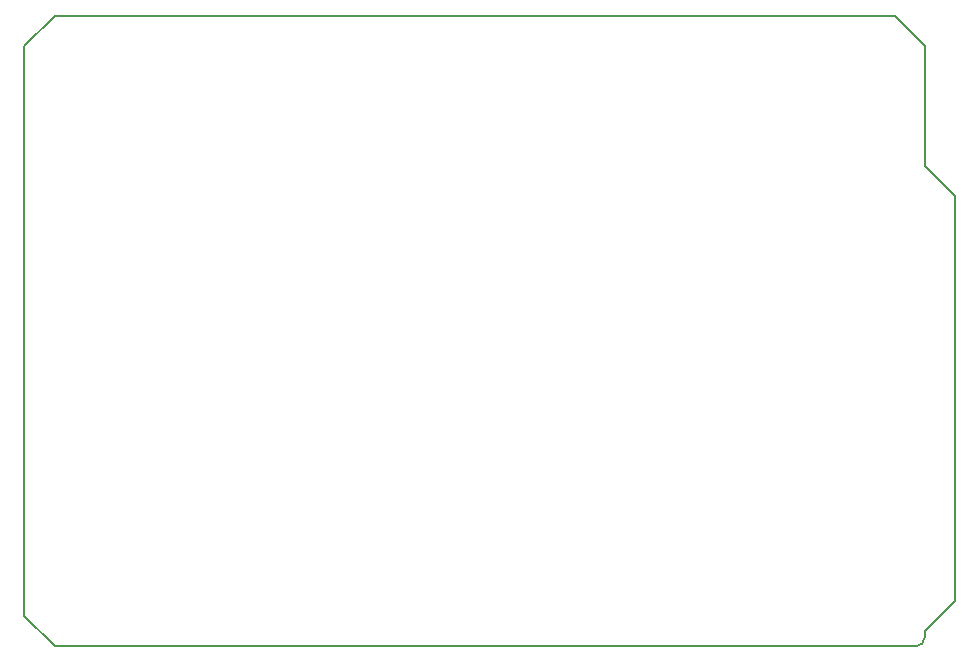
<source format=gbr>
%TF.GenerationSoftware,KiCad,Pcbnew,(6.0.7)*%
%TF.CreationDate,2022-08-17T13:42:15+03:00*%
%TF.ProjectId,Master Shield,4d617374-6572-4205-9368-69656c642e6b,1*%
%TF.SameCoordinates,Original*%
%TF.FileFunction,Profile,NP*%
%FSLAX46Y46*%
G04 Gerber Fmt 4.6, Leading zero omitted, Abs format (unit mm)*
G04 Created by KiCad (PCBNEW (6.0.7)) date 2022-08-17 13:42:15*
%MOMM*%
%LPD*%
G01*
G04 APERTURE LIST*
%TA.AperFunction,Profile*%
%ADD10C,0.150000*%
%TD*%
G04 APERTURE END LIST*
D10*
X22809000Y50800000D02*
X25400000Y53340000D01*
X99060000Y40640000D02*
X101600000Y38100000D01*
X22809000Y2540000D02*
X22809000Y50800000D01*
X22809000Y2540000D02*
X25400000Y0D01*
X101600000Y38100000D02*
X101600000Y3810000D01*
X98298000Y0D02*
X25400000Y0D01*
X25400000Y53340000D02*
X96520000Y53340000D01*
X101600000Y3810000D02*
X99060000Y1270000D01*
X96520000Y53340000D02*
X99060000Y50800000D01*
X98298000Y0D02*
G75*
G03*
X99060000Y762000I0J762000D01*
G01*
X99060000Y50800000D02*
X99060000Y40640000D01*
X99060000Y1270000D02*
X99060000Y762000D01*
M02*

</source>
